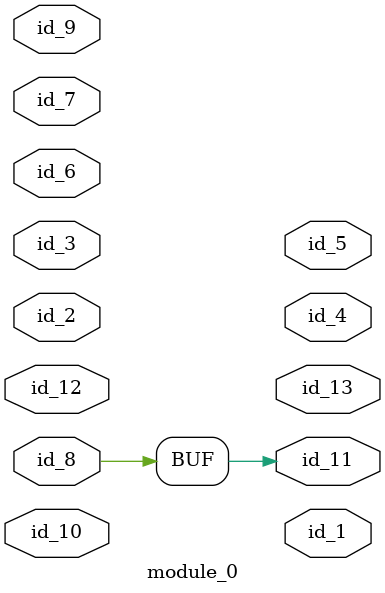
<source format=v>
module module_0 (
    id_1,
    id_2,
    id_3,
    id_4,
    id_5,
    id_6,
    id_7,
    id_8,
    id_9,
    id_10,
    id_11,
    id_12,
    id_13
);
  output id_13;
  inout id_12;
  output id_11;
  inout id_10;
  input id_9;
  input id_8;
  input id_7;
  inout id_6;
  output id_5;
  output id_4;
  inout id_3;
  inout id_2;
  output id_1;
  assign id_11 = id_8;
endmodule

</source>
